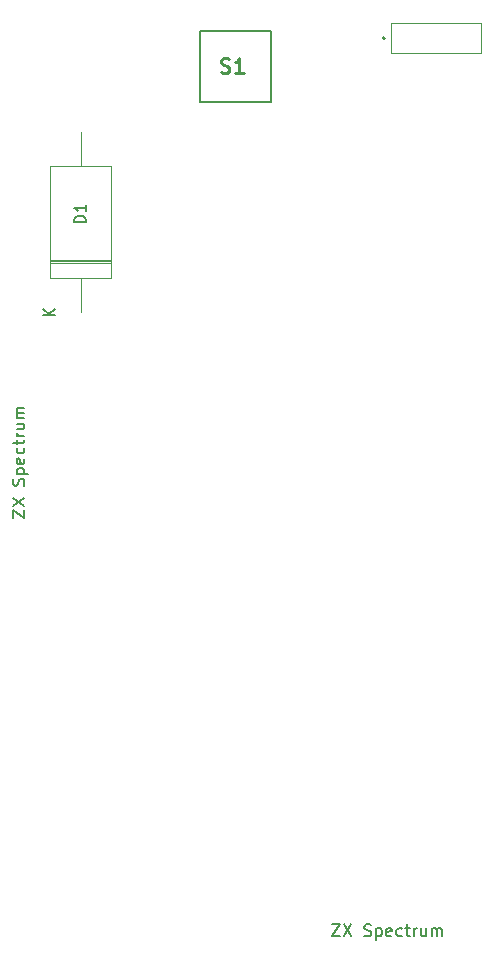
<source format=gbr>
%TF.GenerationSoftware,KiCad,Pcbnew,9.0.5*%
%TF.CreationDate,2025-12-03T10:09:40+00:00*%
%TF.ProjectId,ZX Interface,5a582049-6e74-4657-9266-6163652e6b69,3.2*%
%TF.SameCoordinates,Original*%
%TF.FileFunction,AssemblyDrawing,Top*%
%FSLAX46Y46*%
G04 Gerber Fmt 4.6, Leading zero omitted, Abs format (unit mm)*
G04 Created by KiCad (PCBNEW 9.0.5) date 2025-12-03 10:09:40*
%MOMM*%
%LPD*%
G01*
G04 APERTURE LIST*
%ADD10C,0.150000*%
%ADD11C,0.254000*%
%ADD12C,0.100000*%
%ADD13C,0.200000*%
G04 APERTURE END LIST*
D10*
X85306819Y-106671476D02*
X85306819Y-106004810D01*
X85306819Y-106004810D02*
X86306819Y-106671476D01*
X86306819Y-106671476D02*
X86306819Y-106004810D01*
X85306819Y-105719095D02*
X86306819Y-105052429D01*
X85306819Y-105052429D02*
X86306819Y-105719095D01*
X86259200Y-103957190D02*
X86306819Y-103814333D01*
X86306819Y-103814333D02*
X86306819Y-103576238D01*
X86306819Y-103576238D02*
X86259200Y-103481000D01*
X86259200Y-103481000D02*
X86211580Y-103433381D01*
X86211580Y-103433381D02*
X86116342Y-103385762D01*
X86116342Y-103385762D02*
X86021104Y-103385762D01*
X86021104Y-103385762D02*
X85925866Y-103433381D01*
X85925866Y-103433381D02*
X85878247Y-103481000D01*
X85878247Y-103481000D02*
X85830628Y-103576238D01*
X85830628Y-103576238D02*
X85783009Y-103766714D01*
X85783009Y-103766714D02*
X85735390Y-103861952D01*
X85735390Y-103861952D02*
X85687771Y-103909571D01*
X85687771Y-103909571D02*
X85592533Y-103957190D01*
X85592533Y-103957190D02*
X85497295Y-103957190D01*
X85497295Y-103957190D02*
X85402057Y-103909571D01*
X85402057Y-103909571D02*
X85354438Y-103861952D01*
X85354438Y-103861952D02*
X85306819Y-103766714D01*
X85306819Y-103766714D02*
X85306819Y-103528619D01*
X85306819Y-103528619D02*
X85354438Y-103385762D01*
X85640152Y-102957190D02*
X86640152Y-102957190D01*
X85687771Y-102957190D02*
X85640152Y-102861952D01*
X85640152Y-102861952D02*
X85640152Y-102671476D01*
X85640152Y-102671476D02*
X85687771Y-102576238D01*
X85687771Y-102576238D02*
X85735390Y-102528619D01*
X85735390Y-102528619D02*
X85830628Y-102481000D01*
X85830628Y-102481000D02*
X86116342Y-102481000D01*
X86116342Y-102481000D02*
X86211580Y-102528619D01*
X86211580Y-102528619D02*
X86259200Y-102576238D01*
X86259200Y-102576238D02*
X86306819Y-102671476D01*
X86306819Y-102671476D02*
X86306819Y-102861952D01*
X86306819Y-102861952D02*
X86259200Y-102957190D01*
X86259200Y-101671476D02*
X86306819Y-101766714D01*
X86306819Y-101766714D02*
X86306819Y-101957190D01*
X86306819Y-101957190D02*
X86259200Y-102052428D01*
X86259200Y-102052428D02*
X86163961Y-102100047D01*
X86163961Y-102100047D02*
X85783009Y-102100047D01*
X85783009Y-102100047D02*
X85687771Y-102052428D01*
X85687771Y-102052428D02*
X85640152Y-101957190D01*
X85640152Y-101957190D02*
X85640152Y-101766714D01*
X85640152Y-101766714D02*
X85687771Y-101671476D01*
X85687771Y-101671476D02*
X85783009Y-101623857D01*
X85783009Y-101623857D02*
X85878247Y-101623857D01*
X85878247Y-101623857D02*
X85973485Y-102100047D01*
X86259200Y-100766714D02*
X86306819Y-100861952D01*
X86306819Y-100861952D02*
X86306819Y-101052428D01*
X86306819Y-101052428D02*
X86259200Y-101147666D01*
X86259200Y-101147666D02*
X86211580Y-101195285D01*
X86211580Y-101195285D02*
X86116342Y-101242904D01*
X86116342Y-101242904D02*
X85830628Y-101242904D01*
X85830628Y-101242904D02*
X85735390Y-101195285D01*
X85735390Y-101195285D02*
X85687771Y-101147666D01*
X85687771Y-101147666D02*
X85640152Y-101052428D01*
X85640152Y-101052428D02*
X85640152Y-100861952D01*
X85640152Y-100861952D02*
X85687771Y-100766714D01*
X85640152Y-100480999D02*
X85640152Y-100100047D01*
X85306819Y-100338142D02*
X86163961Y-100338142D01*
X86163961Y-100338142D02*
X86259200Y-100290523D01*
X86259200Y-100290523D02*
X86306819Y-100195285D01*
X86306819Y-100195285D02*
X86306819Y-100100047D01*
X86306819Y-99766713D02*
X85640152Y-99766713D01*
X85830628Y-99766713D02*
X85735390Y-99719094D01*
X85735390Y-99719094D02*
X85687771Y-99671475D01*
X85687771Y-99671475D02*
X85640152Y-99576237D01*
X85640152Y-99576237D02*
X85640152Y-99480999D01*
X85640152Y-98719094D02*
X86306819Y-98719094D01*
X85640152Y-99147665D02*
X86163961Y-99147665D01*
X86163961Y-99147665D02*
X86259200Y-99100046D01*
X86259200Y-99100046D02*
X86306819Y-99004808D01*
X86306819Y-99004808D02*
X86306819Y-98861951D01*
X86306819Y-98861951D02*
X86259200Y-98766713D01*
X86259200Y-98766713D02*
X86211580Y-98719094D01*
X86306819Y-98242903D02*
X85640152Y-98242903D01*
X85735390Y-98242903D02*
X85687771Y-98195284D01*
X85687771Y-98195284D02*
X85640152Y-98100046D01*
X85640152Y-98100046D02*
X85640152Y-97957189D01*
X85640152Y-97957189D02*
X85687771Y-97861951D01*
X85687771Y-97861951D02*
X85783009Y-97814332D01*
X85783009Y-97814332D02*
X86306819Y-97814332D01*
X85783009Y-97814332D02*
X85687771Y-97766713D01*
X85687771Y-97766713D02*
X85640152Y-97671475D01*
X85640152Y-97671475D02*
X85640152Y-97528618D01*
X85640152Y-97528618D02*
X85687771Y-97433379D01*
X85687771Y-97433379D02*
X85783009Y-97385760D01*
X85783009Y-97385760D02*
X86306819Y-97385760D01*
D11*
X102931345Y-68963492D02*
X103112774Y-69023968D01*
X103112774Y-69023968D02*
X103415155Y-69023968D01*
X103415155Y-69023968D02*
X103536107Y-68963492D01*
X103536107Y-68963492D02*
X103596583Y-68903015D01*
X103596583Y-68903015D02*
X103657060Y-68782063D01*
X103657060Y-68782063D02*
X103657060Y-68661111D01*
X103657060Y-68661111D02*
X103596583Y-68540158D01*
X103596583Y-68540158D02*
X103536107Y-68479682D01*
X103536107Y-68479682D02*
X103415155Y-68419206D01*
X103415155Y-68419206D02*
X103173250Y-68358730D01*
X103173250Y-68358730D02*
X103052298Y-68298253D01*
X103052298Y-68298253D02*
X102991821Y-68237777D01*
X102991821Y-68237777D02*
X102931345Y-68116825D01*
X102931345Y-68116825D02*
X102931345Y-67995872D01*
X102931345Y-67995872D02*
X102991821Y-67874920D01*
X102991821Y-67874920D02*
X103052298Y-67814444D01*
X103052298Y-67814444D02*
X103173250Y-67753968D01*
X103173250Y-67753968D02*
X103475631Y-67753968D01*
X103475631Y-67753968D02*
X103657060Y-67814444D01*
X104866584Y-69023968D02*
X104140869Y-69023968D01*
X104503726Y-69023968D02*
X104503726Y-67753968D01*
X104503726Y-67753968D02*
X104382774Y-67935396D01*
X104382774Y-67935396D02*
X104261822Y-68056349D01*
X104261822Y-68056349D02*
X104140869Y-68116825D01*
D10*
X88913819Y-89542904D02*
X87913819Y-89542904D01*
X88913819Y-88971476D02*
X88342390Y-89400047D01*
X87913819Y-88971476D02*
X88485247Y-89542904D01*
X91513819Y-81686594D02*
X90513819Y-81686594D01*
X90513819Y-81686594D02*
X90513819Y-81448499D01*
X90513819Y-81448499D02*
X90561438Y-81305642D01*
X90561438Y-81305642D02*
X90656676Y-81210404D01*
X90656676Y-81210404D02*
X90751914Y-81162785D01*
X90751914Y-81162785D02*
X90942390Y-81115166D01*
X90942390Y-81115166D02*
X91085247Y-81115166D01*
X91085247Y-81115166D02*
X91275723Y-81162785D01*
X91275723Y-81162785D02*
X91370961Y-81210404D01*
X91370961Y-81210404D02*
X91466200Y-81305642D01*
X91466200Y-81305642D02*
X91513819Y-81448499D01*
X91513819Y-81448499D02*
X91513819Y-81686594D01*
X91513819Y-80162785D02*
X91513819Y-80734213D01*
X91513819Y-80448499D02*
X90513819Y-80448499D01*
X90513819Y-80448499D02*
X90656676Y-80543737D01*
X90656676Y-80543737D02*
X90751914Y-80638975D01*
X90751914Y-80638975D02*
X90799533Y-80734213D01*
X112370273Y-141113794D02*
X113036939Y-141113794D01*
X113036939Y-141113794D02*
X112370273Y-142113794D01*
X112370273Y-142113794D02*
X113036939Y-142113794D01*
X113322654Y-141113794D02*
X113989320Y-142113794D01*
X113989320Y-141113794D02*
X113322654Y-142113794D01*
X115084559Y-142066175D02*
X115227416Y-142113794D01*
X115227416Y-142113794D02*
X115465511Y-142113794D01*
X115465511Y-142113794D02*
X115560749Y-142066175D01*
X115560749Y-142066175D02*
X115608368Y-142018555D01*
X115608368Y-142018555D02*
X115655987Y-141923317D01*
X115655987Y-141923317D02*
X115655987Y-141828079D01*
X115655987Y-141828079D02*
X115608368Y-141732841D01*
X115608368Y-141732841D02*
X115560749Y-141685222D01*
X115560749Y-141685222D02*
X115465511Y-141637603D01*
X115465511Y-141637603D02*
X115275035Y-141589984D01*
X115275035Y-141589984D02*
X115179797Y-141542365D01*
X115179797Y-141542365D02*
X115132178Y-141494746D01*
X115132178Y-141494746D02*
X115084559Y-141399508D01*
X115084559Y-141399508D02*
X115084559Y-141304270D01*
X115084559Y-141304270D02*
X115132178Y-141209032D01*
X115132178Y-141209032D02*
X115179797Y-141161413D01*
X115179797Y-141161413D02*
X115275035Y-141113794D01*
X115275035Y-141113794D02*
X115513130Y-141113794D01*
X115513130Y-141113794D02*
X115655987Y-141161413D01*
X116084559Y-141447127D02*
X116084559Y-142447127D01*
X116084559Y-141494746D02*
X116179797Y-141447127D01*
X116179797Y-141447127D02*
X116370273Y-141447127D01*
X116370273Y-141447127D02*
X116465511Y-141494746D01*
X116465511Y-141494746D02*
X116513130Y-141542365D01*
X116513130Y-141542365D02*
X116560749Y-141637603D01*
X116560749Y-141637603D02*
X116560749Y-141923317D01*
X116560749Y-141923317D02*
X116513130Y-142018555D01*
X116513130Y-142018555D02*
X116465511Y-142066175D01*
X116465511Y-142066175D02*
X116370273Y-142113794D01*
X116370273Y-142113794D02*
X116179797Y-142113794D01*
X116179797Y-142113794D02*
X116084559Y-142066175D01*
X117370273Y-142066175D02*
X117275035Y-142113794D01*
X117275035Y-142113794D02*
X117084559Y-142113794D01*
X117084559Y-142113794D02*
X116989321Y-142066175D01*
X116989321Y-142066175D02*
X116941702Y-141970936D01*
X116941702Y-141970936D02*
X116941702Y-141589984D01*
X116941702Y-141589984D02*
X116989321Y-141494746D01*
X116989321Y-141494746D02*
X117084559Y-141447127D01*
X117084559Y-141447127D02*
X117275035Y-141447127D01*
X117275035Y-141447127D02*
X117370273Y-141494746D01*
X117370273Y-141494746D02*
X117417892Y-141589984D01*
X117417892Y-141589984D02*
X117417892Y-141685222D01*
X117417892Y-141685222D02*
X116941702Y-141780460D01*
X118275035Y-142066175D02*
X118179797Y-142113794D01*
X118179797Y-142113794D02*
X117989321Y-142113794D01*
X117989321Y-142113794D02*
X117894083Y-142066175D01*
X117894083Y-142066175D02*
X117846464Y-142018555D01*
X117846464Y-142018555D02*
X117798845Y-141923317D01*
X117798845Y-141923317D02*
X117798845Y-141637603D01*
X117798845Y-141637603D02*
X117846464Y-141542365D01*
X117846464Y-141542365D02*
X117894083Y-141494746D01*
X117894083Y-141494746D02*
X117989321Y-141447127D01*
X117989321Y-141447127D02*
X118179797Y-141447127D01*
X118179797Y-141447127D02*
X118275035Y-141494746D01*
X118560750Y-141447127D02*
X118941702Y-141447127D01*
X118703607Y-141113794D02*
X118703607Y-141970936D01*
X118703607Y-141970936D02*
X118751226Y-142066175D01*
X118751226Y-142066175D02*
X118846464Y-142113794D01*
X118846464Y-142113794D02*
X118941702Y-142113794D01*
X119275036Y-142113794D02*
X119275036Y-141447127D01*
X119275036Y-141637603D02*
X119322655Y-141542365D01*
X119322655Y-141542365D02*
X119370274Y-141494746D01*
X119370274Y-141494746D02*
X119465512Y-141447127D01*
X119465512Y-141447127D02*
X119560750Y-141447127D01*
X120322655Y-141447127D02*
X120322655Y-142113794D01*
X119894084Y-141447127D02*
X119894084Y-141970936D01*
X119894084Y-141970936D02*
X119941703Y-142066175D01*
X119941703Y-142066175D02*
X120036941Y-142113794D01*
X120036941Y-142113794D02*
X120179798Y-142113794D01*
X120179798Y-142113794D02*
X120275036Y-142066175D01*
X120275036Y-142066175D02*
X120322655Y-142018555D01*
X120798846Y-142113794D02*
X120798846Y-141447127D01*
X120798846Y-141542365D02*
X120846465Y-141494746D01*
X120846465Y-141494746D02*
X120941703Y-141447127D01*
X120941703Y-141447127D02*
X121084560Y-141447127D01*
X121084560Y-141447127D02*
X121179798Y-141494746D01*
X121179798Y-141494746D02*
X121227417Y-141589984D01*
X121227417Y-141589984D02*
X121227417Y-142113794D01*
X121227417Y-141589984D02*
X121275036Y-141494746D01*
X121275036Y-141494746D02*
X121370274Y-141447127D01*
X121370274Y-141447127D02*
X121513131Y-141447127D01*
X121513131Y-141447127D02*
X121608370Y-141494746D01*
X121608370Y-141494746D02*
X121655989Y-141589984D01*
X121655989Y-141589984D02*
X121655989Y-142113794D01*
D12*
%TO.C,J3*%
X117379750Y-64798575D02*
X124999750Y-64798575D01*
X117379750Y-64798575D02*
X124999750Y-64798575D01*
X117379750Y-67338575D02*
X117379750Y-64798575D01*
X117379750Y-67338575D02*
X117379750Y-64798575D01*
X124999750Y-64798575D02*
X124999750Y-67338575D01*
X124999750Y-64798575D02*
X124999750Y-67338575D01*
X124999750Y-67338575D02*
X117379750Y-67338575D01*
D13*
X116829750Y-66068575D02*
G75*
G02*
X116629750Y-66068575I-100000J0D01*
G01*
X116629750Y-66068575D02*
G75*
G02*
X116829750Y-66068575I100000J0D01*
G01*
%TO.C,S1*%
X101189965Y-65446650D02*
X107189965Y-65446650D01*
X101189965Y-71446650D02*
X101189965Y-65446650D01*
X107189965Y-65446650D02*
X107189965Y-71446650D01*
X107189965Y-71446650D02*
X101189965Y-71446650D01*
D12*
%TO.C,D1*%
X88459000Y-84886000D02*
X93659000Y-84886000D01*
X88459000Y-84986000D02*
X93659000Y-84986000D01*
X88459000Y-85086000D02*
X93659000Y-85086000D01*
X91059000Y-74041000D02*
X91059000Y-76911000D01*
X91059000Y-89281000D02*
X91059000Y-86411000D01*
X88459000Y-86411000D02*
X93659000Y-86411000D01*
X93659000Y-76911000D01*
X88459000Y-76911000D01*
X88459000Y-86411000D01*
%TD*%
M02*

</source>
